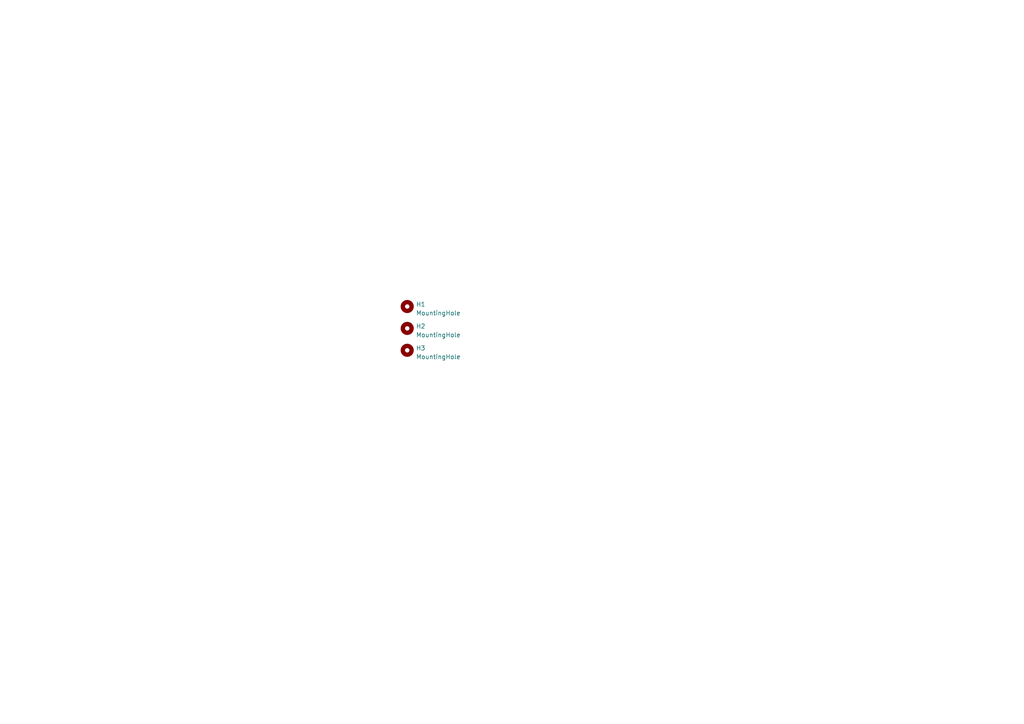
<source format=kicad_sch>
(kicad_sch (version 20220126) (generator eeschema)
  (paper "A4")
  (lib_symbols
    (symbol "Mechanical:MountingHole" (pin_names (offset 1.016))
      (property "Reference" "H" (at 0 5.08 0))
      (property "Value" "MountingHole" (at 0 3.175 0))
      (symbol "MountingHole_0_1"
        (circle (center 0 0) (radius 1.27) (stroke (width 1.27)))
      )
    )
  )
  (symbol (lib_id "Mechanical:MountingHole") (at 118.11 101.6 0) (unit 1)
    (property "Reference" "H3" (at 120.65 100.965 0) (effects (justify left)))
    (property "Value" "MountingHole" (at 120.65 103.505 0) (effects (justify left)))
    (property "Footprint" "cafebabe:SMD Spacer M2.5" (effects hide))
  )
  (symbol (lib_id "Mechanical:MountingHole") (at 118.11 95.25 0) (unit 1)
    (property "Reference" "H2" (at 120.65 94.615 0) (effects (justify left)))
    (property "Value" "MountingHole" (at 120.65 97.155 0) (effects (justify left)))
    (property "Footprint" "cafebabe:SMD Spacer M2.5" (effects hide))
  )
  (symbol (lib_id "Mechanical:MountingHole") (at 118.11 88.9 0) (unit 1)
    (property "Reference" "H1" (at 120.65 88.265 0) (effects (justify left)))
    (property "Value" "MountingHole" (at 120.65 90.805 0) (effects (justify left)))
    (property "Footprint" "cafebabe:SMD Spacer M2.5" (effects hide))
  )
)
</source>
